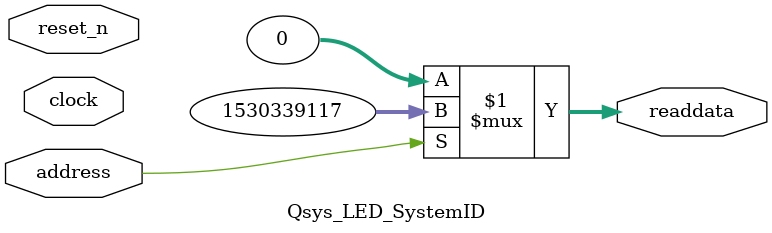
<source format=v>



// synthesis translate_off
`timescale 1ns / 1ps
// synthesis translate_on

// turn off superfluous verilog processor warnings 
// altera message_level Level1 
// altera message_off 10034 10035 10036 10037 10230 10240 10030 

module Qsys_LED_SystemID (
               // inputs:
                address,
                clock,
                reset_n,

               // outputs:
                readdata
             )
;

  output  [ 31: 0] readdata;
  input            address;
  input            clock;
  input            reset_n;

  wire    [ 31: 0] readdata;
  //control_slave, which is an e_avalon_slave
  assign readdata = address ? 1530339117 : 0;

endmodule



</source>
